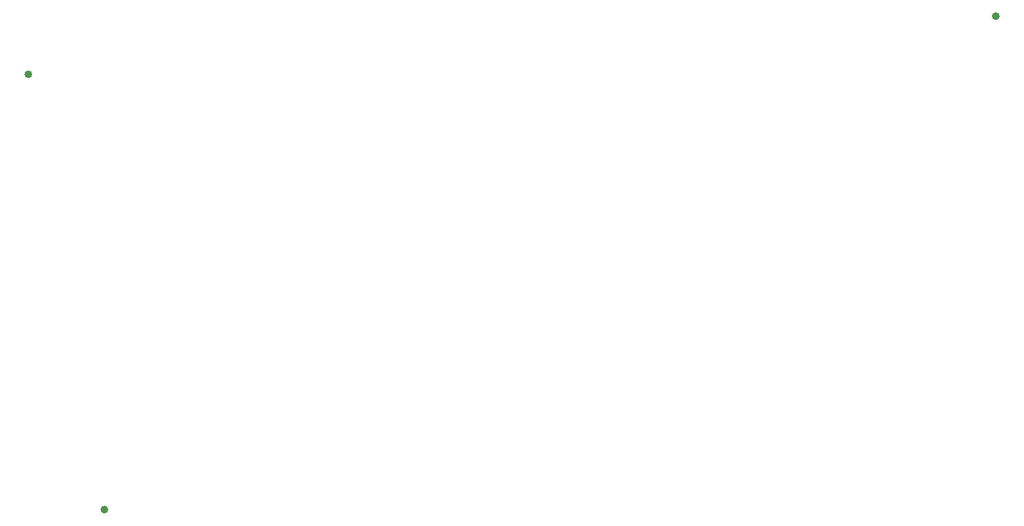
<source format=gbr>
%TF.GenerationSoftware,KiCad,Pcbnew,(5.1.10)-1*%
%TF.CreationDate,2022-03-17T16:17:32-06:00*%
%TF.ProjectId,BeagleBone_Black_Wireless,42656167-6c65-4426-9f6e-655f426c6163,rev?*%
%TF.SameCoordinates,Original*%
%TF.FileFunction,Paste,Bot*%
%TF.FilePolarity,Positive*%
%FSLAX46Y46*%
G04 Gerber Fmt 4.6, Leading zero omitted, Abs format (unit mm)*
G04 Created by KiCad (PCBNEW (5.1.10)-1) date 2022-03-17 16:17:32*
%MOMM*%
%LPD*%
G01*
G04 APERTURE LIST*
G04 APERTURE END LIST*
%TO.C,FUD6*%
G36*
G01*
X177992000Y-48075000D02*
X177992000Y-48075000D01*
G75*
G02*
X178500000Y-47567000I508000J0D01*
G01*
X178500000Y-47567000D01*
G75*
G02*
X179008000Y-48075000I0J-508000D01*
G01*
X179008000Y-48075000D01*
G75*
G02*
X178500000Y-48583000I-508000J0D01*
G01*
X178500000Y-48583000D01*
G75*
G02*
X177992000Y-48075000I0J508000D01*
G01*
G37*
%TD*%
%TO.C,FUD5*%
G36*
G01*
X52967000Y-55600000D02*
X52967000Y-55600000D01*
G75*
G02*
X53475000Y-55092000I508000J0D01*
G01*
X53475000Y-55092000D01*
G75*
G02*
X53983000Y-55600000I0J-508000D01*
G01*
X53983000Y-55600000D01*
G75*
G02*
X53475000Y-56108000I-508000J0D01*
G01*
X53475000Y-56108000D01*
G75*
G02*
X52967000Y-55600000I0J508000D01*
G01*
G37*
%TD*%
%TO.C,FUD4*%
G36*
G01*
X62792000Y-111925000D02*
X62792000Y-111925000D01*
G75*
G02*
X63300000Y-111417000I508000J0D01*
G01*
X63300000Y-111417000D01*
G75*
G02*
X63808000Y-111925000I0J-508000D01*
G01*
X63808000Y-111925000D01*
G75*
G02*
X63300000Y-112433000I-508000J0D01*
G01*
X63300000Y-112433000D01*
G75*
G02*
X62792000Y-111925000I0J508000D01*
G01*
G37*
%TD*%
M02*

</source>
